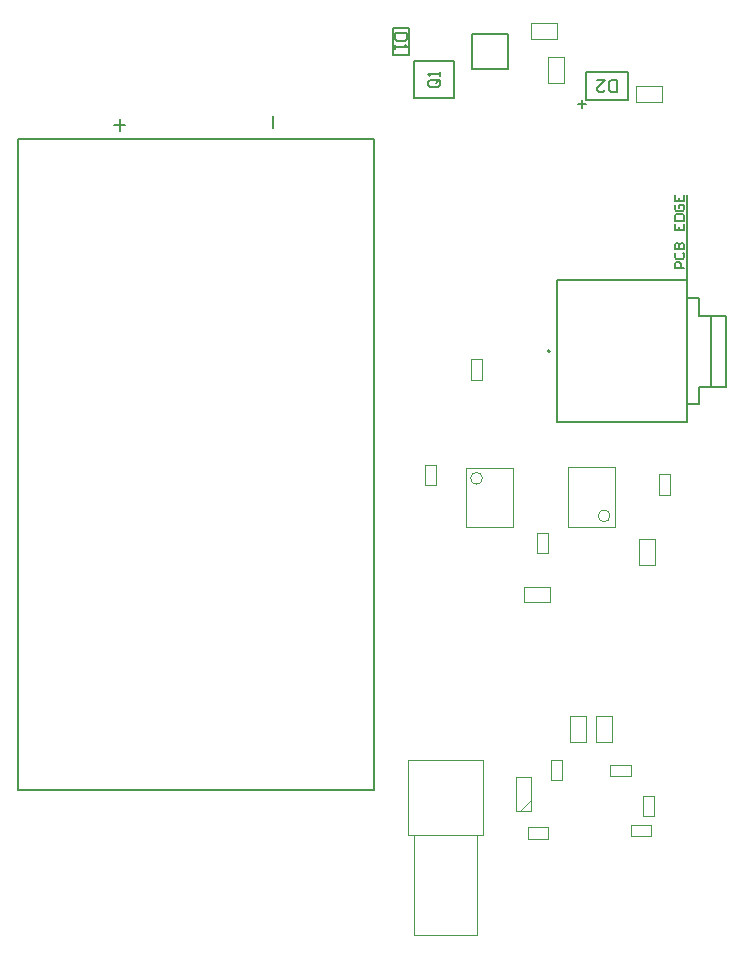
<source format=gbr>
%TF.GenerationSoftware,Altium Limited,Altium Designer,24.2.2 (26)*%
G04 Layer_Color=16711935*
%FSLAX45Y45*%
%MOMM*%
%TF.SameCoordinates,979FBE80-878B-4EC3-91C7-7055811A0E5A*%
%TF.FilePolarity,Positive*%
%TF.FileFunction,Other,Mechanical_13*%
%TF.Part,Single*%
G01*
G75*
%TA.AperFunction,NonConductor*%
%ADD51C,0.20000*%
%ADD52C,0.12700*%
%ADD54C,0.15000*%
%ADD55C,0.17500*%
%ADD83C,0.10000*%
%ADD85C,0.16923*%
D51*
X16461620Y6888480D02*
G03*
X16461620Y6888480I-10000J0D01*
G01*
X15307820Y9028200D02*
Y9348200D01*
X15647820D01*
Y9028200D02*
Y9348200D01*
X15307820Y9028200D02*
X15647820D01*
X16767662Y8983840D02*
X16701018D01*
X16734338Y8950518D02*
Y9017163D01*
D52*
X12766860Y8804240D02*
X12866859D01*
X12816859Y8754240D02*
Y8854240D01*
X14116859Y8779240D02*
Y8879240D01*
X11960860Y3169920D02*
Y8681720D01*
X14973300D01*
Y3169920D02*
Y8681720D01*
X11960860Y3169920D02*
X14973300D01*
X16521620Y6288480D02*
X17621620D01*
X16521620D02*
Y7488480D01*
X17621620D01*
Y6288480D02*
Y6438480D01*
Y7338480D01*
Y7488480D01*
Y6438480D02*
X17721620D01*
Y6588480D01*
X17821620D01*
X17951620D01*
Y7188480D01*
X17821620D02*
X17951620D01*
X17721620D02*
X17821620D01*
X17721620D02*
Y7338480D01*
X17621620D02*
X17721620D01*
X17621620Y7488480D02*
Y8213480D01*
X17821620Y6588480D02*
Y7188480D01*
D54*
X15801199Y9273400D02*
X16101199D01*
X15801199D02*
Y9573400D01*
X16101199D01*
Y9273400D02*
Y9573400D01*
X17027646Y9083856D02*
Y9183823D01*
X16977663D01*
X16961002Y9167162D01*
Y9100517D01*
X16977663Y9083856D01*
X17027646D01*
X16861034Y9183823D02*
X16927679D01*
X16861034Y9117178D01*
Y9100517D01*
X16877695Y9083856D01*
X16911017D01*
X16927679Y9100517D01*
X15249344Y9579745D02*
X15149376D01*
Y9529761D01*
X15166037Y9513100D01*
X15232683D01*
X15249344Y9529761D01*
Y9579745D01*
X15149376Y9479777D02*
Y9446455D01*
Y9463116D01*
X15249344D01*
X15232683Y9479777D01*
D55*
X17124339Y9013840D02*
Y9253840D01*
X16764340Y9013840D02*
X17124339D01*
X16764340D02*
Y9253840D01*
X17124339D01*
X15129359Y9398100D02*
Y9628100D01*
Y9398100D02*
X15269360D01*
Y9628100D01*
X15129359D02*
X15269360D01*
X15511142Y9188200D02*
X15444498D01*
X15427837Y9171539D01*
Y9138216D01*
X15444498Y9121555D01*
X15511142D01*
X15527805Y9138216D01*
Y9171539D01*
X15494481Y9154877D02*
X15527805Y9188200D01*
Y9171539D02*
X15511142Y9188200D01*
X15527805Y9221523D02*
Y9254845D01*
Y9238184D01*
X15427837D01*
X15444498Y9221523D01*
D83*
X16969720Y5494040D02*
G03*
X16969720Y5494040I-50000J0D01*
G01*
X15888660Y5811500D02*
G03*
X15888660Y5811500I-50000J0D01*
G01*
X17009720Y5404040D02*
Y5904040D01*
X16609720Y5404040D02*
Y5904040D01*
Y5404040D02*
X17009720D01*
X16609720Y5904040D02*
X17009720D01*
X16627921Y3580620D02*
X16762920D01*
X16627921Y3800620D02*
X16762920D01*
X16627921Y3580620D02*
Y3800620D01*
X16762920Y3580620D02*
Y3800620D01*
X16851440Y3796980D02*
X16986440D01*
X16851440Y3576980D02*
X16986440D01*
Y3796980D01*
X16851440Y3576980D02*
Y3796980D01*
X15794479Y6643500D02*
Y6818500D01*
X15889481Y6643500D02*
Y6818500D01*
X15794479Y6643500D02*
X15889481D01*
X15794479Y6818500D02*
X15889481D01*
X16173219Y2996980D02*
X16303220D01*
X16173219D02*
Y3286980D01*
X16303220D01*
Y2996980D02*
Y3286980D01*
X16208220Y2996980D02*
X16303220Y3091980D01*
X17146359Y2782060D02*
X17316360D01*
X17146359Y2877060D02*
X17316360D01*
Y2782060D02*
Y2877060D01*
X17146359Y2782060D02*
Y2877060D01*
X16562579Y3260180D02*
Y3430180D01*
X16467580Y3260180D02*
Y3430180D01*
X16562579D01*
X16467580Y3260180D02*
X16562579D01*
X17344901Y2955380D02*
Y3125380D01*
X17249899Y2955380D02*
Y3125380D01*
X17344901D01*
X17249899Y2955380D02*
X17344901D01*
X16971140Y3382520D02*
X17146140D01*
X16971140Y3287520D02*
X17146140D01*
X16971140D02*
Y3382520D01*
X17146140Y3287520D02*
Y3382520D01*
X16272600Y2856740D02*
X16442599D01*
X16272600Y2761740D02*
X16442599D01*
X16272600D02*
Y2856740D01*
X16442599Y2761740D02*
Y2856740D01*
X15840277Y1948985D02*
Y2794000D01*
X15311185Y1948985D02*
Y2794000D01*
X15310280Y1948985D02*
X15840277D01*
X15257776Y2794004D02*
Y3429028D01*
Y2794004D02*
X15257784Y2793996D01*
X15892776D01*
Y3428955D01*
X15892735Y3428996D02*
X15892776Y3428955D01*
X15257784Y3428996D02*
X15892735D01*
X16350700Y5176540D02*
X16440700D01*
X16350700Y5346540D02*
X16440700D01*
X16350700Y5176540D02*
Y5346540D01*
X16440700Y5176540D02*
Y5346540D01*
X16237440Y4761040D02*
Y4896040D01*
X16457440Y4761040D02*
Y4896040D01*
X16237440D02*
X16457440D01*
X16237440Y4761040D02*
X16457440D01*
X15748660Y5401500D02*
X16148660D01*
X15748660Y5901500D02*
X16148660D01*
Y5401500D02*
Y5901500D01*
X15748660Y5401500D02*
Y5901500D01*
X15405820Y5757000D02*
X15495821D01*
X15405820Y5927000D02*
X15495821D01*
X15405820Y5757000D02*
Y5927000D01*
X15495821Y5757000D02*
Y5927000D01*
X17381979Y5669520D02*
Y5844520D01*
X17476981Y5669520D02*
Y5844520D01*
X17381979Y5669520D02*
X17476981D01*
X17381979Y5844520D02*
X17476981D01*
X17217200Y5296680D02*
X17352200D01*
X17217200Y5076680D02*
X17352200D01*
Y5296680D01*
X17217200Y5076680D02*
Y5296680D01*
X16442500Y9381000D02*
X16577499D01*
X16442500Y9161000D02*
X16577499D01*
Y9381000D01*
X16442500Y9161000D02*
Y9381000D01*
X17407401Y9000300D02*
Y9135300D01*
X17187399Y9000300D02*
Y9135300D01*
Y9000300D02*
X17407401D01*
X17187399Y9135300D02*
X17407401D01*
X16298399Y9533700D02*
Y9668700D01*
X16518401Y9533700D02*
Y9668700D01*
X16298399D02*
X16518401D01*
X16298399Y9533700D02*
X16518401D01*
D85*
X17596620Y7588480D02*
X17515366D01*
Y7629107D01*
X17528909Y7642649D01*
X17555994D01*
X17569536Y7629107D01*
Y7588480D01*
X17528909Y7723903D02*
X17515366Y7710361D01*
Y7683276D01*
X17528909Y7669734D01*
X17583078D01*
X17596620Y7683276D01*
Y7710361D01*
X17583078Y7723903D01*
X17515366Y7750988D02*
X17596620D01*
Y7791615D01*
X17583078Y7805157D01*
X17569536D01*
X17555994Y7791615D01*
Y7750988D01*
Y7791615D01*
X17542451Y7805157D01*
X17528909D01*
X17515366Y7791615D01*
Y7750988D01*
Y7967665D02*
Y7913495D01*
X17596620D01*
Y7967665D01*
X17555994Y7913495D02*
Y7940580D01*
X17515366Y7994749D02*
X17596620D01*
Y8035376D01*
X17583078Y8048918D01*
X17528909D01*
X17515366Y8035376D01*
Y7994749D01*
X17528909Y8130172D02*
X17515366Y8116630D01*
Y8089545D01*
X17528909Y8076003D01*
X17583078D01*
X17596620Y8089545D01*
Y8116630D01*
X17583078Y8130172D01*
X17555994D01*
Y8103088D01*
X17515366Y8211426D02*
Y8157257D01*
X17596620D01*
Y8211426D01*
X17555994Y8157257D02*
Y8184342D01*
%TF.MD5,c7918d1c177eeda5c5d0a31787d30653*%
M02*

</source>
